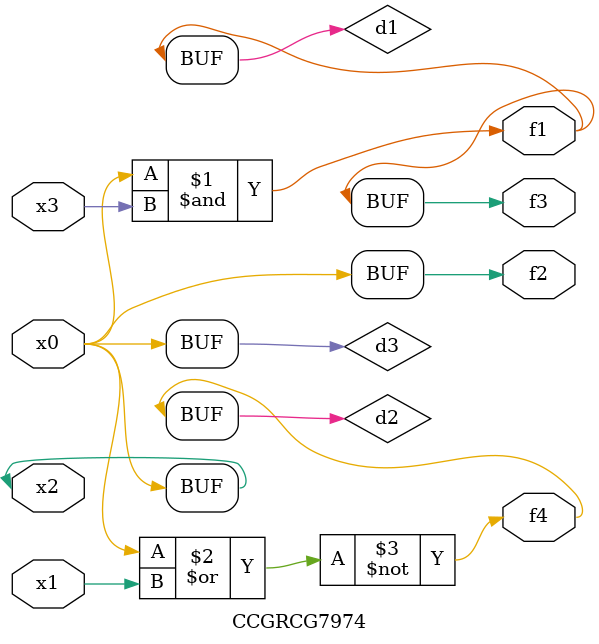
<source format=v>
module CCGRCG7974(
	input x0, x1, x2, x3,
	output f1, f2, f3, f4
);

	wire d1, d2, d3;

	and (d1, x2, x3);
	nor (d2, x0, x1);
	buf (d3, x0, x2);
	assign f1 = d1;
	assign f2 = d3;
	assign f3 = d1;
	assign f4 = d2;
endmodule

</source>
